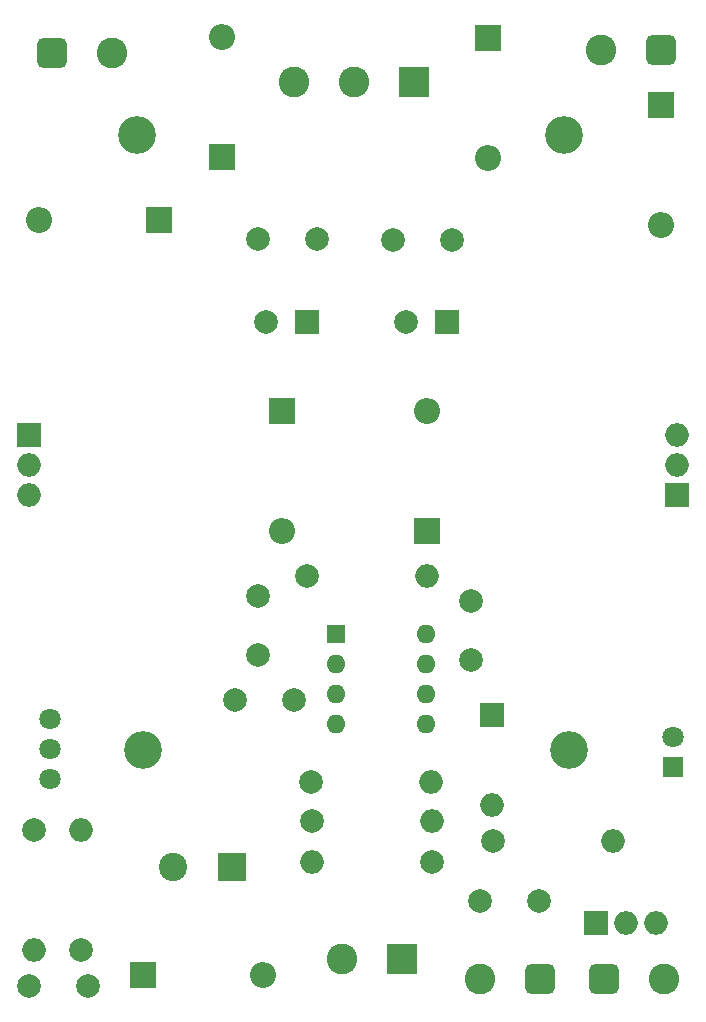
<source format=gbs>
G04 #@! TF.GenerationSoftware,KiCad,Pcbnew,7.0.10-dirty*
G04 #@! TF.CreationDate,2024-02-04T15:29:55-03:00*
G04 #@! TF.ProjectId,simetrica,73696d65-7472-4696-9361-2e6b69636164,Version 2.0*
G04 #@! TF.SameCoordinates,Original*
G04 #@! TF.FileFunction,Soldermask,Bot*
G04 #@! TF.FilePolarity,Negative*
%FSLAX46Y46*%
G04 Gerber Fmt 4.6, Leading zero omitted, Abs format (unit mm)*
G04 Created by KiCad (PCBNEW 7.0.10-dirty) date 2024-02-04 15:29:55*
%MOMM*%
%LPD*%
G01*
G04 APERTURE LIST*
G04 Aperture macros list*
%AMRoundRect*
0 Rectangle with rounded corners*
0 $1 Rounding radius*
0 $2 $3 $4 $5 $6 $7 $8 $9 X,Y pos of 4 corners*
0 Add a 4 corners polygon primitive as box body*
4,1,4,$2,$3,$4,$5,$6,$7,$8,$9,$2,$3,0*
0 Add four circle primitives for the rounded corners*
1,1,$1+$1,$2,$3*
1,1,$1+$1,$4,$5*
1,1,$1+$1,$6,$7*
1,1,$1+$1,$8,$9*
0 Add four rect primitives between the rounded corners*
20,1,$1+$1,$2,$3,$4,$5,0*
20,1,$1+$1,$4,$5,$6,$7,0*
20,1,$1+$1,$6,$7,$8,$9,0*
20,1,$1+$1,$8,$9,$2,$3,0*%
G04 Aperture macros list end*
%ADD10C,3.200000*%
%ADD11C,2.000000*%
%ADD12O,2.000000X2.000000*%
%ADD13RoundRect,0.650000X-0.650000X-0.650000X0.650000X-0.650000X0.650000X0.650000X-0.650000X0.650000X0*%
%ADD14C,2.600000*%
%ADD15R,2.000000X2.000000*%
%ADD16R,2.200000X2.200000*%
%ADD17O,2.200000X2.200000*%
%ADD18R,1.800000X1.800000*%
%ADD19C,1.800000*%
%ADD20R,2.600000X2.600000*%
%ADD21RoundRect,0.650000X0.650000X0.650000X-0.650000X0.650000X-0.650000X-0.650000X0.650000X-0.650000X0*%
%ADD22R,2.400000X2.400000*%
%ADD23C,2.400000*%
%ADD24R,1.600000X1.600000*%
%ADD25O,1.600000X1.600000*%
G04 APERTURE END LIST*
D10*
X116800000Y-113010000D03*
D11*
X142960000Y-69810000D03*
X137960000Y-69810000D03*
X107610000Y-119760000D03*
D12*
X107610000Y-129920000D03*
D11*
X130720000Y-98280000D03*
D12*
X140880000Y-98280000D03*
D11*
X112170000Y-132990000D03*
X107170000Y-132990000D03*
X144580000Y-105420000D03*
X144580000Y-100420000D03*
D13*
X109090000Y-54020000D03*
D14*
X114170000Y-54020000D03*
D15*
X130730000Y-76820000D03*
D11*
X127230000Y-76820000D03*
D16*
X118160000Y-68170000D03*
D17*
X108000000Y-68170000D03*
D18*
X161740000Y-114465000D03*
D19*
X161740000Y-111925000D03*
D16*
X140860000Y-94450000D03*
D17*
X140860000Y-84290000D03*
D20*
X139795000Y-56505000D03*
D14*
X134715000Y-56505000D03*
X129635000Y-56505000D03*
D10*
X116330000Y-60910000D03*
D16*
X160660000Y-58430000D03*
D17*
X160660000Y-68590000D03*
D13*
X155830000Y-132430000D03*
D14*
X160910000Y-132430000D03*
D21*
X160690000Y-53740000D03*
D14*
X155610000Y-53740000D03*
D11*
X146460000Y-120760000D03*
D12*
X156620000Y-120760000D03*
D11*
X126560000Y-100000000D03*
X126560000Y-105000000D03*
D20*
X138755000Y-130715000D03*
D14*
X133675000Y-130715000D03*
D21*
X150470000Y-132430000D03*
D14*
X145390000Y-132430000D03*
D22*
X124365216Y-122950000D03*
D23*
X119365216Y-122950000D03*
D16*
X128630000Y-84290000D03*
D17*
X128630000Y-94450000D03*
D11*
X111570000Y-129920000D03*
D12*
X111570000Y-119760000D03*
D15*
X162080000Y-91470000D03*
D12*
X162080000Y-88930000D03*
X162080000Y-86390000D03*
D16*
X116840000Y-132090000D03*
D17*
X127000000Y-132090000D03*
D10*
X152460000Y-60990000D03*
D11*
X145330000Y-125830000D03*
X150330000Y-125830000D03*
D15*
X155200000Y-127630000D03*
D12*
X157740000Y-127630000D03*
X160280000Y-127630000D03*
D15*
X146380000Y-110060000D03*
D12*
X146380000Y-117680000D03*
D11*
X124610000Y-108760000D03*
X129610000Y-108760000D03*
D16*
X123520000Y-62810000D03*
D17*
X123520000Y-52650000D03*
D16*
X146070000Y-52700000D03*
D17*
X146070000Y-62860000D03*
D11*
X131530000Y-69750000D03*
X126530000Y-69750000D03*
X141330000Y-122480000D03*
D12*
X131170000Y-122480000D03*
D10*
X152890000Y-113000000D03*
D24*
X133190000Y-103170000D03*
D25*
X133190000Y-105710000D03*
X133190000Y-108250000D03*
X133190000Y-110790000D03*
X140810000Y-110790000D03*
X140810000Y-108250000D03*
X140810000Y-105710000D03*
X140810000Y-103170000D03*
D11*
X131170000Y-119060000D03*
D12*
X141330000Y-119060000D03*
D15*
X107150000Y-86390000D03*
D12*
X107150000Y-88930000D03*
X107150000Y-91470000D03*
D11*
X131090000Y-115710000D03*
D12*
X141250000Y-115710000D03*
D15*
X142592651Y-76820000D03*
D11*
X139092651Y-76820000D03*
D19*
X109000000Y-115510000D03*
X109000000Y-112970000D03*
X109000000Y-110430000D03*
M02*

</source>
